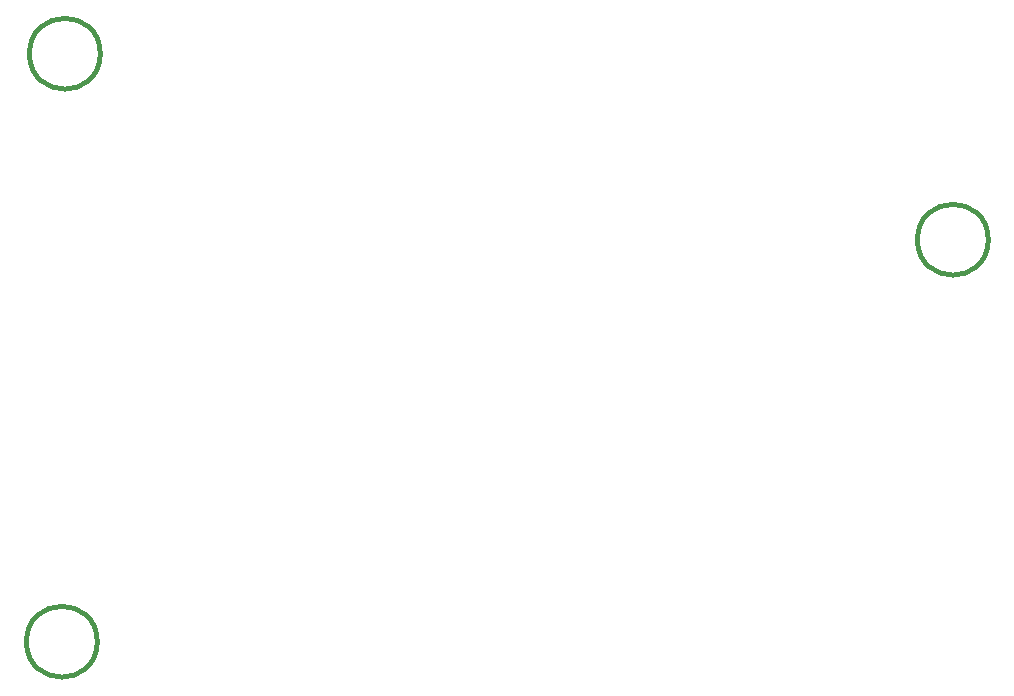
<source format=gbr>
%FSLAX34Y34*%
G04 Gerber Fmt 3.4, Leading zero omitted, Abs format*
G04 (created by PCBNEW (2014-jan-25)-product) date Wed 30 Apr 2014 08:12:59 PM MDT*
%MOIN*%
G01*
G70*
G90*
G04 APERTURE LIST*
%ADD10C,0.003937*%
%ADD11C,0.015000*%
G04 APERTURE END LIST*
G54D10*
G54D11*
X40570Y-35381D02*
G75*
G03X40570Y-35381I-1181J0D01*
G74*
G01*
X40470Y-54981D02*
G75*
G03X40470Y-54981I-1181J0D01*
G74*
G01*
X70170Y-41581D02*
G75*
G03X70170Y-41581I-1181J0D01*
G74*
G01*
M02*

</source>
